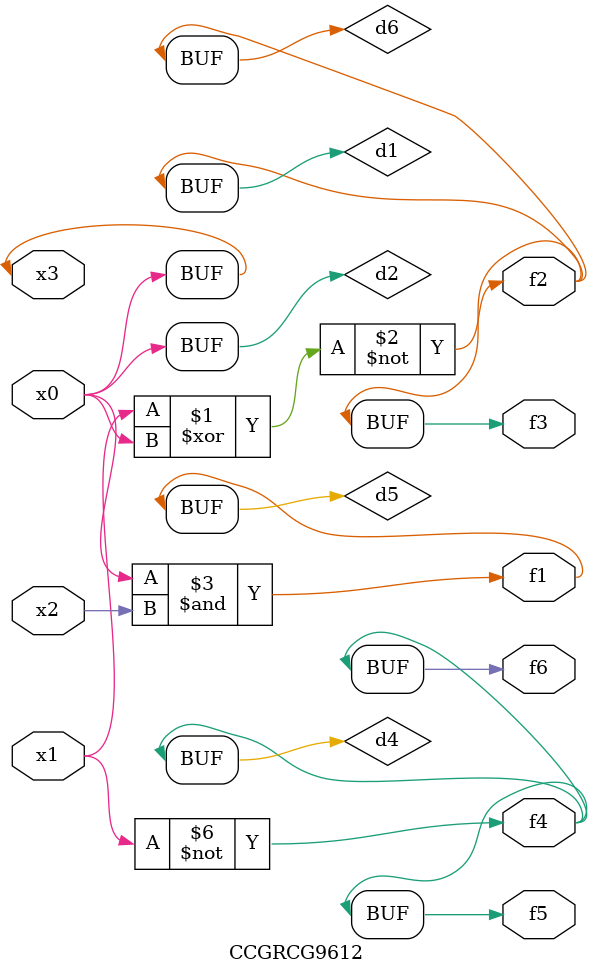
<source format=v>
module CCGRCG9612(
	input x0, x1, x2, x3,
	output f1, f2, f3, f4, f5, f6
);

	wire d1, d2, d3, d4, d5, d6;

	xnor (d1, x1, x3);
	buf (d2, x0, x3);
	nand (d3, x0, x2);
	not (d4, x1);
	nand (d5, d3);
	or (d6, d1);
	assign f1 = d5;
	assign f2 = d6;
	assign f3 = d6;
	assign f4 = d4;
	assign f5 = d4;
	assign f6 = d4;
endmodule

</source>
